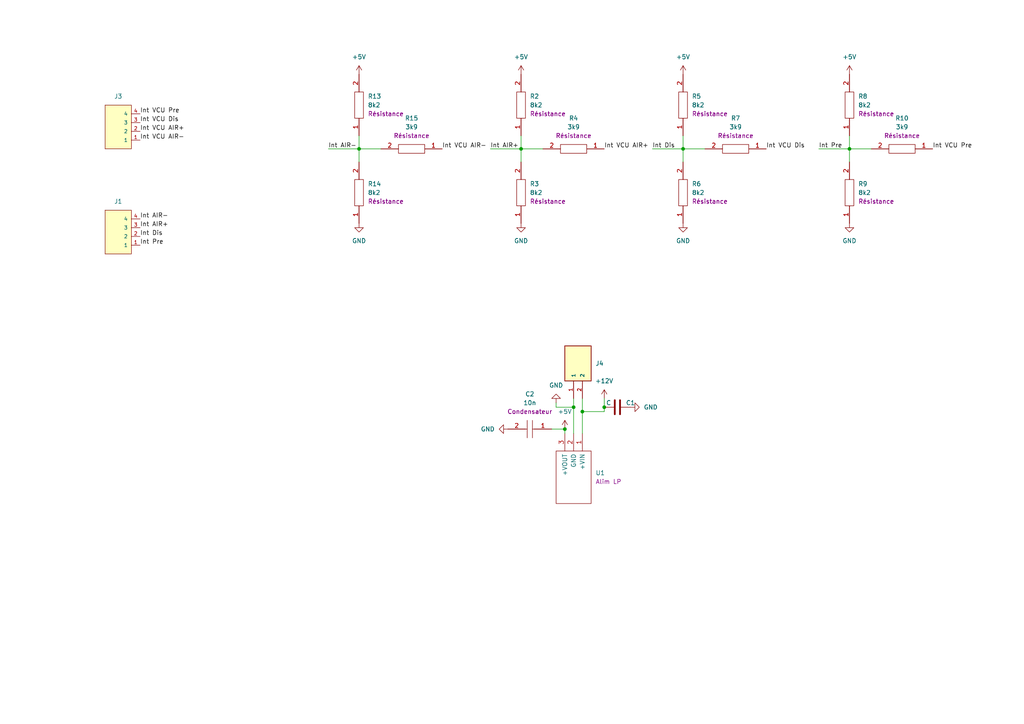
<source format=kicad_sch>
(kicad_sch (version 20231120) (generator "eeschema") (generator_version "8.0")
  (paper "A4")
  (lib_symbols
    (symbol "Device:C" (pin_numbers hide) (pin_names (offset 0.254))
      (property "Reference" "C" (at 0.635 2.54 0))
      (property "Value" "C" (at 0.635 -2.54 0))
      (symbol "C_0_1"
        (polyline (pts (xy -2.032 -0.762) (xy 2.032 -0.762)) (stroke (width 0.508)))
        (polyline (pts (xy -2.032 0.762) (xy 2.032 0.762)) (stroke (width 0.508)))
      )
      (symbol "C_1_1"
        (pin passive line (at 0 3.81 270) (length 2.794) (name "~") (number "1"))
        (pin passive line (at 0 -3.81 90) (length 2.794) (name "~") (number "2"))
      )
    )
    (symbol "EPSA_lib:2P Droit 2-11-2022" (pin_names (offset 1.016))
      (property "Reference" "J" (at 6.35 5.08 0))
      (symbol "2P Droit 2-11-2022_0_0"
        (rectangle (start -5.08 -5.08) (end 5.08 2.54) (stroke (width 0.254)) (fill (type background)))
        (pin passive line (at -10.16 0 0) (length 5.08) (name "1") (number "1"))
        (pin passive line (at -10.16 -2.54 0) (length 5.08) (name "2") (number "2"))
      )
    )
    (symbol "EPSA_lib:4P Droit 22-11-2042" (pin_names (offset 1.016))
      (property "Reference" "J" (at 6.35 7.62 0))
      (symbol "4P Droit 22-11-2042_0_0"
        (rectangle (start -2.54 -7.62) (end 5.08 5.08) (stroke (width 0.1524)) (fill (type background)))
        (pin passive line (at -5.08 2.54 0) (length 2.54) (name "1") (number "1"))
        (pin passive line (at -5.08 0 0) (length 2.54) (name "2") (number "2"))
        (pin passive line (at -5.08 -2.54 0) (length 2.54) (name "3") (number "3"))
        (pin passive line (at -5.08 -5.08 0) (length 2.54) (name "4") (number "4"))
      )
    )
    (symbol "EPSA_lib:Alim LP TSR_0.5-2450" (pin_names (offset 0.762))
      (property "Reference" "U" (at 20.32 11.43 0))
      (property "Render Name" "Alim LP" (at 11.43 8.89 0))
      (symbol "Alim LP TSR_0.5-2450_0_0"
        (pin passive line (at -1.27 5.08 0) (length 5.08) (name "+VIN") (number "1"))
        (pin passive line (at -1.27 2.54 0) (length 5.08) (name "GND") (number "2"))
        (pin passive line (at -1.27 0 0) (length 5.08) (name "+VOUT") (number "3"))
      )
      (symbol "Alim LP TSR_0.5-2450_0_1"
        (polyline (pts (xy 3.81 7.62) (xy 19.05 7.62) (xy 19.05 -2.54) (xy 3.81 -2.54) (xy 3.81 7.62)) (stroke (width 0.1524)))
      )
    )
    (symbol "EPSA_lib:Condensateur 0805Y1000104JXT" (pin_names (offset 0.762))
      (property "Reference" "C" (at 1.5 -1.8 0))
      (property "Value" "10u" (at 11.43 -2.54 0))
      (property "Render Name" "Condensateur" (at 6.35 3.81 0))
      (symbol "Condensateur 0805Y1000104JXT_0_0"
        (pin passive line (at 0 0 0) (length 5.08) (name "~") (number "1"))
        (pin passive line (at 12.7 0 180) (length 5.08) (name "~") (number "2"))
      )
      (symbol "Condensateur 0805Y1000104JXT_0_1"
        (polyline (pts (xy 5.08 0) (xy 5.588 0)) (stroke (width 0.1524)))
        (polyline (pts (xy 5.588 2.54) (xy 5.588 -2.54)) (stroke (width 0.1524)))
        (polyline (pts (xy 7.112 0) (xy 7.62 0)) (stroke (width 0.1524)))
        (polyline (pts (xy 7.112 2.54) (xy 7.112 -2.54)) (stroke (width 0.1524)))
      )
    )
    (symbol "EPSA_lib:Résistance RK73H2BLTDD2152F" (pin_names (offset 0.762))
      (property "Reference" "R" (at 25.4 5.08 0))
      (property "Value" "10" (at 7.62 -2.54 0))
      (property "Render Name" "Résistance" (at 8.89 2.54 0))
      (symbol "Résistance RK73H2BLTDD2152F_0_0"
        (pin passive line (at 0 0 0) (length 5.08) (name "~") (number "1"))
        (pin passive line (at 17.78 0 180) (length 5.08) (name "~") (number "2"))
      )
      (symbol "Résistance RK73H2BLTDD2152F_0_1"
        (polyline (pts (xy 5.08 1.27) (xy 12.7 1.27) (xy 12.7 -1.27) (xy 5.08 -1.27) (xy 5.08 1.27)) (stroke (width 0.1524)))
      )
    )
    (symbol "power:+12V" (power) (pin_names (offset 0))
      (property "Value" "+12V" (at 0 3.556 0))
      (symbol "+12V_0_1"
        (polyline (pts (xy -0.762 1.27) (xy 0 2.54)))
        (polyline (pts (xy 0 0) (xy 0 2.54)))
        (polyline (pts (xy 0 2.54) (xy 0.762 1.27)))
      )
      (symbol "+12V_1_1"
        (pin power_in line (at 0 0 90) (length 0) hide (name "+12V") (number "1"))
      )
    )
    (symbol "power:+5V" (power) (pin_names (offset 0))
      (property "Value" "+5V" (at 0 3.556 0))
      (symbol "+5V_0_1"
        (polyline (pts (xy -0.762 1.27) (xy 0 2.54)))
        (polyline (pts (xy 0 0) (xy 0 2.54)))
        (polyline (pts (xy 0 2.54) (xy 0.762 1.27)))
      )
      (symbol "+5V_1_1"
        (pin power_in line (at 0 0 90) (length 0) hide (name "+5V") (number "1"))
      )
    )
    (symbol "power:GND" (power) (pin_names (offset 0))
      (property "Value" "GND" (at 0 -3.81 0))
      (symbol "GND_0_1"
        (polyline (pts (xy 0 0) (xy 0 -1.27) (xy 1.27 -1.27) (xy 0 -2.54) (xy -1.27 -1.27) (xy 0 -1.27)))
      )
      (symbol "GND_1_1"
        (pin power_in line (at 0 0 270) (length 0) hide (name "GND") (number "1"))
      )
    )
  )
  (junction (at 168.91 119.38))
  (junction (at 151.13 43.18))
  (junction (at 175.26 118.11))
  (junction (at 198.12 43.18))
  (junction (at 166.37 118.11))
  (junction (at 246.38 43.18))
  (junction (at 104.14 43.18))
  (junction (at 163.83 124.46))
  (wire (pts (xy 110.49 43.18) (xy 104.14 43.18)))
  (wire (pts (xy 151.13 43.18) (xy 151.13 46.99)))
  (wire (pts (xy 163.83 124.46) (xy 163.83 125.73)))
  (wire (pts (xy 166.37 115.57) (xy 166.37 118.11)))
  (wire (pts (xy 237.49 43.18) (xy 246.38 43.18)))
  (wire (pts (xy 246.38 39.37) (xy 246.38 43.18)))
  (wire (pts (xy 252.73 43.18) (xy 246.38 43.18)))
  (wire (pts (xy 95.25 43.18) (xy 104.14 43.18)))
  (wire (pts (xy 166.37 118.11) (xy 166.37 125.73)))
  (wire (pts (xy 104.14 39.37) (xy 104.14 43.18)))
  (wire (pts (xy 175.26 119.38) (xy 168.91 119.38)))
  (wire (pts (xy 175.26 118.11) (xy 175.26 119.38)))
  (wire (pts (xy 157.48 43.18) (xy 151.13 43.18)))
  (wire (pts (xy 161.29 118.11) (xy 166.37 118.11)))
  (wire (pts (xy 246.38 43.18) (xy 246.38 46.99)))
  (wire (pts (xy 198.12 43.18) (xy 198.12 46.99)))
  (wire (pts (xy 189.23 43.18) (xy 198.12 43.18)))
  (wire (pts (xy 161.29 116.84) (xy 161.29 118.11)))
  (wire (pts (xy 204.47 43.18) (xy 198.12 43.18)))
  (wire (pts (xy 151.13 39.37) (xy 151.13 43.18)))
  (wire (pts (xy 168.91 115.57) (xy 168.91 119.38)))
  (wire (pts (xy 104.14 43.18) (xy 104.14 46.99)))
  (wire (pts (xy 175.26 115.57) (xy 175.26 118.11)))
  (wire (pts (xy 160.02 124.46) (xy 163.83 124.46)))
  (wire (pts (xy 168.91 119.38) (xy 168.91 125.73)))
  (wire (pts (xy 198.12 39.37) (xy 198.12 43.18)))
  (wire (pts (xy 142.24 43.18) (xy 151.13 43.18)))
  (label "Int VCU Dis" (at 40.64 35.56 0))
  (label "Int VCU AIR+" (at 40.64 38.1 0))
  (label "Int VCU Pre" (at 270.51 43.18 0))
  (label "Int VCU Pre" (at 40.64 33.02 0))
  (label "Int Pre" (at 40.64 71.12 0))
  (label "Int VCU AIR-" (at 128.27 43.18 0))
  (label "Int AIR-" (at 40.64 63.5 0))
  (label "Int AIR-" (at 95.25 43.18 0))
  (label "Int AIR+" (at 40.64 66.04 0))
  (label "Int VCU AIR-" (at 40.64 40.64 0))
  (label "Int VCU AIR+" (at 175.26 43.18 0))
  (label "Int VCU Dis" (at 222.25 43.18 0))
  (label "Int Dis" (at 189.23 43.18 0))
  (label "Int AIR+" (at 142.24 43.18 0))
  (label "Int Dis" (at 40.64 68.58 0))
  (label "Int Pre" (at 237.49 43.18 0))
  (symbol (lib_id "power:+5V") (at 198.12 21.59 0) (unit 1)
    (property "Reference" "#PWR08" (effects (hide yes)))
    (property "Value" "+5V" (at 198.12 16.51 0))
  )
  (symbol (lib_id "power:+12V") (at 175.26 115.57 0) (unit 1)
    (property "Reference" "#PWR02" (effects (hide yes)))
    (property "Value" "+12V" (at 175.26 110.49 0))
  )
  (symbol (lib_id "EPSA_lib:Résistance RK73H2BLTDD2152F") (at 198.12 39.37 90) (unit 1)
    (property "Reference" "R5" (at 200.66 27.94 90) (effects (justify right)))
    (property "Value" "8k2" (at 200.66 30.48 90) (effects (justify right)))
    (property "Footprint" "EPSA_lib:RESC3216X70N" (effects (hide yes)))
    (property "Datasheet" "http://www.koaspeer.com/catimages/Products/RK73H/RK73H.pdf" (effects (hide yes)))
    (property "Description" "Thick Film Resistors - SMD" (effects (hide yes)))
    (property "Sim.Pins" "1=+ 2=-" (effects (hide yes)))
    (property "Sim.Device" "R" (effects (hide yes)))
    (property "Height" "0.7" (effects (hide yes)))
    (property "Manufacturer_Name" "KOA Speer" (effects (hide yes)))
    (property "Manufacturer_Part_Number" "RK73H2BLTDD2152F" (effects (hide yes)))
    (property "Mouser Part Number" "N/A" (effects (hide yes)))
    (property "Mouser Price/Stock" "https://www.mouser.co.uk/ProductDetail/KOA-Speer/RK73H2BLTDD2152F?qs=WeIALVmW3zmyxMFsjVzMRw%3D%3D" (effects (hide yes)))
    (property "Render Name" "Résistance" (at 200.66 33.02 90) (effects (justify right)))
  )
  (symbol (lib_id "power:GND") (at 198.12 64.77 0) (unit 1)
    (property "Reference" "#PWR09" (effects (hide yes)))
    (property "Value" "GND" (at 198.12 69.85 0))
  )
  (symbol (lib_id "power:GND") (at 151.13 64.77 0) (unit 1)
    (property "Reference" "#PWR011" (effects (hide yes)))
    (property "Value" "GND" (at 151.13 69.85 0))
  )
  (symbol (lib_id "EPSA_lib:4P Droit 22-11-2042") (at 35.56 38.1 180) (unit 1)
    (property "Reference" "J3" (at 34.29 27.94 0))
    (property "Value" "4P Droit 22-11-2042" (effects (hide yes)))
    (property "Footprint" "EPSA_lib:MOLEX_22-11-2042" (effects (hide yes)))
    (property "Datasheet" "https://www.molex.com/en-us/products/part-detail/22112042?display=pdf" (effects (hide yes)))
    (property "Render Name" "4P Droit" (effects (hide yes)))
    (property "Manufacturer_Name" "Molex" (effects (hide yes)))
    (property "Manufacturer_Part_Number" "22-11-2042" (effects (hide yes)))
    (property "Mouser Part Number" "538-22-11-2042" (effects (hide yes)))
    (property "Mouser Price/Stock" "https://www.mouser.fr/ProductDetail/Molex/22-11-2042?qs=mrPiglD9aYJfi57%2FgjU4lw%3D%3D" (effects (hide yes)))
  )
  (symbol (lib_id "EPSA_lib:Résistance RK73H2BLTDD2152F") (at 104.14 39.37 90) (unit 1)
    (property "Reference" "R13" (at 106.68 27.94 90) (effects (justify right)))
    (property "Value" "8k2" (at 106.68 30.48 90) (effects (justify right)))
    (property "Footprint" "EPSA_lib:RESC3216X70N" (effects (hide yes)))
    (property "Datasheet" "http://www.koaspeer.com/catimages/Products/RK73H/RK73H.pdf" (effects (hide yes)))
    (property "Description" "Thick Film Resistors - SMD" (effects (hide yes)))
    (property "Sim.Pins" "1=+ 2=-" (effects (hide yes)))
    (property "Sim.Device" "R" (effects (hide yes)))
    (property "Height" "0.7" (effects (hide yes)))
    (property "Manufacturer_Name" "KOA Speer" (effects (hide yes)))
    (property "Manufacturer_Part_Number" "RK73H2BLTDD2152F" (effects (hide yes)))
    (property "Mouser Part Number" "N/A" (effects (hide yes)))
    (property "Mouser Price/Stock" "https://www.mouser.co.uk/ProductDetail/KOA-Speer/RK73H2BLTDD2152F?qs=WeIALVmW3zmyxMFsjVzMRw%3D%3D" (effects (hide yes)))
    (property "Render Name" "Résistance" (at 106.68 33.02 90) (effects (justify right)))
  )
  (symbol (lib_id "EPSA_lib:Condensateur 0805Y1000104JXT") (at 160.02 124.46 180) (unit 1)
    (property "Reference" "C2" (at 153.67 114.3 0))
    (property "Value" "10n" (at 153.67 116.84 0))
    (property "Footprint" "EPSA_lib:CAPC2012X130N" (effects (hide yes)))
    (property "Datasheet" "http://docs-europe.electrocomponents.com/webdocs/119d/0900766b8119d7bc.pdf" (effects (hide yes)))
    (property "Description" "Syfer 0805 Ceramic Chip Capacitors" (effects (hide yes)))
    (property "Sim.Pins" "1=+ 2=-" (effects (hide yes)))
    (property "Sim.Device" "C" (effects (hide yes)))
    (property "Height" "1.3" (effects (hide yes)))
    (property "Manufacturer_Name" "Syfer" (effects (hide yes)))
    (property "Manufacturer_Part_Number" "0805Y1000104JXT" (effects (hide yes)))
    (property "Render Name" "Condensateur" (at 153.67 119.38 0))
  )
  (symbol (lib_id "power:+5V") (at 246.38 21.59 0) (unit 1)
    (property "Reference" "#PWR06" (effects (hide yes)))
    (property "Value" "+5V" (at 246.38 16.51 0))
  )
  (symbol (lib_id "EPSA_lib:Résistance RK73H2BLTDD2152F") (at 270.51 43.18 180) (unit 1)
    (property "Reference" "R10" (at 261.62 34.29 0))
    (property "Value" "3k9" (at 261.62 36.83 0))
    (property "Footprint" "EPSA_lib:RESC3216X70N" (effects (hide yes)))
    (property "Datasheet" "http://www.koaspeer.com/catimages/Products/RK73H/RK73H.pdf" (effects (hide yes)))
    (property "Description" "Thick Film Resistors - SMD" (effects (hide yes)))
    (property "Sim.Pins" "1=+ 2=-" (effects (hide yes)))
    (property "Sim.Device" "R" (effects (hide yes)))
    (property "Height" "0.7" (effects (hide yes)))
    (property "Manufacturer_Name" "KOA Speer" (effects (hide yes)))
    (property "Manufacturer_Part_Number" "RK73H2BLTDD2152F" (effects (hide yes)))
    (property "Mouser Part Number" "N/A" (effects (hide yes)))
    (property "Mouser Price/Stock" "https://www.mouser.co.uk/ProductDetail/KOA-Speer/RK73H2BLTDD2152F?qs=WeIALVmW3zmyxMFsjVzMRw%3D%3D" (effects (hide yes)))
    (property "Render Name" "Résistance" (at 261.62 39.37 0))
  )
  (symbol (lib_id "power:+5V") (at 163.83 124.46 0) (unit 1)
    (property "Reference" "#PWR05" (effects (hide yes)))
    (property "Value" "+5V" (at 163.83 119.38 0))
  )
  (symbol (lib_id "power:GND") (at 182.88 118.11 90) (unit 1)
    (property "Reference" "#PWR03" (effects (hide yes)))
    (property "Value" "GND" (at 186.69 118.11 90) (effects (justify right)))
  )
  (symbol (lib_id "EPSA_lib:Résistance RK73H2BLTDD2152F") (at 175.26 43.18 180) (unit 1)
    (property "Reference" "R4" (at 166.37 34.29 0))
    (property "Value" "3k9" (at 166.37 36.83 0))
    (property "Footprint" "EPSA_lib:RESC3216X70N" (effects (hide yes)))
    (property "Datasheet" "http://www.koaspeer.com/catimages/Products/RK73H/RK73H.pdf" (effects (hide yes)))
    (property "Description" "Thick Film Resistors - SMD" (effects (hide yes)))
    (property "Sim.Pins" "1=+ 2=-" (effects (hide yes)))
    (property "Sim.Device" "R" (effects (hide yes)))
    (property "Height" "0.7" (effects (hide yes)))
    (property "Manufacturer_Name" "KOA Speer" (effects (hide yes)))
    (property "Manufacturer_Part_Number" "RK73H2BLTDD2152F" (effects (hide yes)))
    (property "Mouser Part Number" "N/A" (effects (hide yes)))
    (property "Mouser Price/Stock" "https://www.mouser.co.uk/ProductDetail/KOA-Speer/RK73H2BLTDD2152F?qs=WeIALVmW3zmyxMFsjVzMRw%3D%3D" (effects (hide yes)))
    (property "Render Name" "Résistance" (at 166.37 39.37 0))
  )
  (symbol (lib_id "power:GND") (at 246.38 64.77 0) (unit 1)
    (property "Reference" "#PWR07" (effects (hide yes)))
    (property "Value" "GND" (at 246.38 69.85 0))
  )
  (symbol (lib_id "EPSA_lib:Résistance RK73H2BLTDD2152F") (at 198.12 64.77 90) (unit 1)
    (property "Reference" "R6" (at 200.66 53.34 90) (effects (justify right)))
    (property "Value" "8k2" (at 200.66 55.88 90) (effects (justify right)))
    (property "Footprint" "EPSA_lib:RESC3216X70N" (effects (hide yes)))
    (property "Datasheet" "http://www.koaspeer.com/catimages/Products/RK73H/RK73H.pdf" (effects (hide yes)))
    (property "Description" "Thick Film Resistors - SMD" (effects (hide yes)))
    (property "Sim.Pins" "1=+ 2=-" (effects (hide yes)))
    (property "Sim.Device" "R" (effects (hide yes)))
    (property "Height" "0.7" (effects (hide yes)))
    (property "Manufacturer_Name" "KOA Speer" (effects (hide yes)))
    (property "Manufacturer_Part_Number" "RK73H2BLTDD2152F" (effects (hide yes)))
    (property "Mouser Part Number" "N/A" (effects (hide yes)))
    (property "Mouser Price/Stock" "https://www.mouser.co.uk/ProductDetail/KOA-Speer/RK73H2BLTDD2152F?qs=WeIALVmW3zmyxMFsjVzMRw%3D%3D" (effects (hide yes)))
    (property "Render Name" "Résistance" (at 200.66 58.42 90) (effects (justify right)))
  )
  (symbol (lib_id "Device:C") (at 179.07 118.11 90) (unit 1)
    (property "Reference" "C1" (at 182.88 116.84 90))
    (property "Value" "C" (at 176.53 116.84 90))
    (property "Footprint" "Capacitor_THT:CP_Radial_D5.0mm_P2.00mm" (effects (hide yes)))
  )
  (symbol (lib_id "EPSA_lib:Résistance RK73H2BLTDD2152F") (at 246.38 64.77 90) (unit 1)
    (property "Reference" "R9" (at 248.92 53.34 90) (effects (justify right)))
    (property "Value" "8k2" (at 248.92 55.88 90) (effects (justify right)))
    (property "Footprint" "EPSA_lib:RESC3216X70N" (effects (hide yes)))
    (property "Datasheet" "http://www.koaspeer.com/catimages/Products/RK73H/RK73H.pdf" (effects (hide yes)))
    (property "Description" "Thick Film Resistors - SMD" (effects (hide yes)))
    (property "Sim.Pins" "1=+ 2=-" (effects (hide yes)))
    (property "Sim.Device" "R" (effects (hide yes)))
    (property "Height" "0.7" (effects (hide yes)))
    (property "Manufacturer_Name" "KOA Speer" (effects (hide yes)))
    (property "Manufacturer_Part_Number" "RK73H2BLTDD2152F" (effects (hide yes)))
    (property "Mouser Part Number" "N/A" (effects (hide yes)))
    (property "Mouser Price/Stock" "https://www.mouser.co.uk/ProductDetail/KOA-Speer/RK73H2BLTDD2152F?qs=WeIALVmW3zmyxMFsjVzMRw%3D%3D" (effects (hide yes)))
    (property "Render Name" "Résistance" (at 248.92 58.42 90) (effects (justify right)))
  )
  (symbol (lib_id "EPSA_lib:Résistance RK73H2BLTDD2152F") (at 151.13 64.77 90) (unit 1)
    (property "Reference" "R3" (at 153.67 53.34 90) (effects (justify right)))
    (property "Value" "8k2" (at 153.67 55.88 90) (effects (justify right)))
    (property "Footprint" "EPSA_lib:RESC3216X70N" (effects (hide yes)))
    (property "Datasheet" "http://www.koaspeer.com/catimages/Products/RK73H/RK73H.pdf" (effects (hide yes)))
    (property "Description" "Thick Film Resistors - SMD" (effects (hide yes)))
    (property "Sim.Pins" "1=+ 2=-" (effects (hide yes)))
    (property "Sim.Device" "R" (effects (hide yes)))
    (property "Height" "0.7" (effects (hide yes)))
    (property "Manufacturer_Name" "KOA Speer" (effects (hide yes)))
    (property "Manufacturer_Part_Number" "RK73H2BLTDD2152F" (effects (hide yes)))
    (property "Mouser Part Number" "N/A" (effects (hide yes)))
    (property "Mouser Price/Stock" "https://www.mouser.co.uk/ProductDetail/KOA-Speer/RK73H2BLTDD2152F?qs=WeIALVmW3zmyxMFsjVzMRw%3D%3D" (effects (hide yes)))
    (property "Render Name" "Résistance" (at 153.67 58.42 90) (effects (justify right)))
  )
  (symbol (lib_id "EPSA_lib:Résistance RK73H2BLTDD2152F") (at 128.27 43.18 180) (unit 1)
    (property "Reference" "R15" (at 119.38 34.29 0))
    (property "Value" "3k9" (at 119.38 36.83 0))
    (property "Footprint" "EPSA_lib:RESC3216X70N" (effects (hide yes)))
    (property "Datasheet" "http://www.koaspeer.com/catimages/Products/RK73H/RK73H.pdf" (effects (hide yes)))
    (property "Description" "Thick Film Resistors - SMD" (effects (hide yes)))
    (property "Sim.Pins" "1=+ 2=-" (effects (hide yes)))
    (property "Sim.Device" "R" (effects (hide yes)))
    (property "Height" "0.7" (effects (hide yes)))
    (property "Manufacturer_Name" "KOA Speer" (effects (hide yes)))
    (property "Manufacturer_Part_Number" "RK73H2BLTDD2152F" (effects (hide yes)))
    (property "Mouser Part Number" "N/A" (effects (hide yes)))
    (property "Mouser Price/Stock" "https://www.mouser.co.uk/ProductDetail/KOA-Speer/RK73H2BLTDD2152F?qs=WeIALVmW3zmyxMFsjVzMRw%3D%3D" (effects (hide yes)))
    (property "Render Name" "Résistance" (at 119.38 39.37 0))
  )
  (symbol (lib_id "EPSA_lib:2P Droit 2-11-2022") (at 166.37 105.41 90) (unit 1)
    (property "Reference" "J4" (at 172.72 105.41 90) (effects (justify right)))
    (property "Value" "2P Droit 2-11-2022" (effects (hide yes)))
    (property "Footprint" "EPSA_lib:MOLEX_22-11-2022" (effects (hide yes)))
    (property "Datasheet" "https://www.molex.com/en-us/products/part-detail/22112022?display=pdf" (effects (hide yes)))
    (property "Height" "10.66mm" (effects (hide yes)))
    (property "Render Name" "2P Droit" (effects (hide yes)))
    (property "Manufacturer_Name" "Molex" (effects (hide yes)))
    (property "Manufacturer_Part_Number" "22-11-2022" (effects (hide yes)))
    (property "Mouser Part Number" "538-22-11-2022" (effects (hide yes)))
    (property "Mouser Price/Stock" "https://www.mouser.fr/ProductDetail/Molex/22-11-2022?qs=mrPiglD9aYLq1NGrfjXTJg%3D%3D" (effects (hide yes)))
  )
  (symbol (lib_id "EPSA_lib:Résistance RK73H2BLTDD2152F") (at 104.14 64.77 90) (unit 1)
    (property "Reference" "R14" (at 106.68 53.34 90) (effects (justify right)))
    (property "Value" "8k2" (at 106.68 55.88 90) (effects (justify right)))
    (property "Footprint" "EPSA_lib:RESC3216X70N" (effects (hide yes)))
    (property "Datasheet" "http://www.koaspeer.com/catimages/Products/RK73H/RK73H.pdf" (effects (hide yes)))
    (property "Description" "Thick Film Resistors - SMD" (effects (hide yes)))
    (property "Sim.Pins" "1=+ 2=-" (effects (hide yes)))
    (property "Sim.Device" "R" (effects (hide yes)))
    (property "Height" "0.7" (effects (hide yes)))
    (property "Manufacturer_Name" "KOA Speer" (effects (hide yes)))
    (property "Manufacturer_Part_Number" "RK73H2BLTDD2152F" (effects (hide yes)))
    (property "Mouser Part Number" "N/A" (effects (hide yes)))
    (property "Mouser Price/Stock" "https://www.mouser.co.uk/ProductDetail/KOA-Speer/RK73H2BLTDD2152F?qs=WeIALVmW3zmyxMFsjVzMRw%3D%3D" (effects (hide yes)))
    (property "Render Name" "Résistance" (at 106.68 58.42 90) (effects (justify right)))
  )
  (symbol (lib_id "EPSA_lib:Résistance RK73H2BLTDD2152F") (at 246.38 39.37 90) (unit 1)
    (property "Reference" "R8" (at 248.92 27.94 90) (effects (justify right)))
    (property "Value" "8k2" (at 248.92 30.48 90) (effects (justify right)))
    (property "Footprint" "EPSA_lib:RESC3216X70N" (effects (hide yes)))
    (property "Datasheet" "http://www.koaspeer.com/catimages/Products/RK73H/RK73H.pdf" (effects (hide yes)))
    (property "Description" "Thick Film Resistors - SMD" (effects (hide yes)))
    (property "Sim.Pins" "1=+ 2=-" (effects (hide yes)))
    (property "Sim.Device" "R" (effects (hide yes)))
    (property "Height" "0.7" (effects (hide yes)))
    (property "Manufacturer_Name" "KOA Speer" (effects (hide yes)))
    (property "Manufacturer_Part_Number" "RK73H2BLTDD2152F" (effects (hide yes)))
    (property "Mouser Part Number" "N/A" (effects (hide yes)))
    (property "Mouser Price/Stock" "https://www.mouser.co.uk/ProductDetail/KOA-Speer/RK73H2BLTDD2152F?qs=WeIALVmW3zmyxMFsjVzMRw%3D%3D" (effects (hide yes)))
    (property "Render Name" "Résistance" (at 248.92 33.02 90) (effects (justify right)))
  )
  (symbol (lib_id "power:GND") (at 147.32 124.46 270) (unit 1)
    (property "Reference" "#PWR01" (effects (hide yes)))
    (property "Value" "GND" (at 143.51 124.46 90) (effects (justify right)))
  )
  (symbol (lib_id "power:+5V") (at 151.13 21.59 0) (unit 1)
    (property "Reference" "#PWR010" (effects (hide yes)))
    (property "Value" "+5V" (at 151.13 16.51 0))
  )
  (symbol (lib_id "EPSA_lib:Résistance RK73H2BLTDD2152F") (at 222.25 43.18 180) (unit 1)
    (property "Reference" "R7" (at 213.36 34.29 0))
    (property "Value" "3k9" (at 213.36 36.83 0))
    (property "Footprint" "EPSA_lib:RESC3216X70N" (effects (hide yes)))
    (property "Datasheet" "http://www.koaspeer.com/catimages/Products/RK73H/RK73H.pdf" (effects (hide yes)))
    (property "Description" "Thick Film Resistors - SMD" (effects (hide yes)))
    (property "Sim.Pins" "1=+ 2=-" (effects (hide yes)))
    (property "Sim.Device" "R" (effects (hide yes)))
    (property "Height" "0.7" (effects (hide yes)))
    (property "Manufacturer_Name" "KOA Speer" (effects (hide yes)))
    (property "Manufacturer_Part_Number" "RK73H2BLTDD2152F" (effects (hide yes)))
    (property "Mouser Part Number" "N/A" (effects (hide yes)))
    (property "Mouser Price/Stock" "https://www.mouser.co.uk/ProductDetail/KOA-Speer/RK73H2BLTDD2152F?qs=WeIALVmW3zmyxMFsjVzMRw%3D%3D" (effects (hide yes)))
    (property "Render Name" "Résistance" (at 213.36 39.37 0))
  )
  (symbol (lib_id "power:GND") (at 104.14 64.77 0) (unit 1)
    (property "Reference" "#PWR013" (effects (hide yes)))
    (property "Value" "GND" (at 104.14 69.85 0))
  )
  (symbol (lib_id "EPSA_lib:Résistance RK73H2BLTDD2152F") (at 151.13 39.37 90) (unit 1)
    (property "Reference" "R2" (at 153.67 27.94 90) (effects (justify right)))
    (property "Value" "8k2" (at 153.67 30.48 90) (effects (justify right)))
    (property "Footprint" "EPSA_lib:RESC3216X70N" (effects (hide yes)))
    (property "Datasheet" "http://www.koaspeer.com/catimages/Products/RK73H/RK73H.pdf" (effects (hide yes)))
    (property "Description" "Thick Film Resistors - SMD" (effects (hide yes)))
    (property "Sim.Pins" "1=+ 2=-" (effects (hide yes)))
    (property "Sim.Device" "R" (effects (hide yes)))
    (property "Height" "0.7" (effects (hide yes)))
    (property "Manufacturer_Name" "KOA Speer" (effects (hide yes)))
    (property "Manufacturer_Part_Number" "RK73H2BLTDD2152F" (effects (hide yes)))
    (property "Mouser Part Number" "N/A" (effects (hide yes)))
    (property "Mouser Price/Stock" "https://www.mouser.co.uk/ProductDetail/KOA-Speer/RK73H2BLTDD2152F?qs=WeIALVmW3zmyxMFsjVzMRw%3D%3D" (effects (hide yes)))
    (property "Render Name" "Résistance" (at 153.67 33.02 90) (effects (justify right)))
  )
  (symbol (lib_id "power:+5V") (at 104.14 21.59 0) (unit 1)
    (property "Reference" "#PWR012" (effects (hide yes)))
    (property "Value" "+5V" (at 104.14 16.51 0))
  )
  (symbol (lib_id "power:GND") (at 161.29 116.84 180) (unit 1)
    (property "Reference" "#PWR04" (effects (hide yes)))
    (property "Value" "GND" (at 161.29 111.76 0))
  )
  (symbol (lib_id "EPSA_lib:4P Droit 22-11-2042") (at 35.56 68.58 180) (unit 1)
    (property "Reference" "J1" (at 34.29 58.42 0))
    (property "Value" "4P Droit 22-11-2042" (effects (hide yes)))
    (property "Footprint" "EPSA_lib:MOLEX_22-11-2042" (effects (hide yes)))
    (property "Datasheet" "https://www.molex.com/en-us/products/part-detail/22112042?display=pdf" (effects (hide yes)))
    (property "Render Name" "4P Droit" (effects (hide yes)))
    (property "Manufacturer_Name" "Molex" (effects (hide yes)))
    (property "Manufacturer_Part_Number" "22-11-2042" (effects (hide yes)))
    (property "Mouser Part Number" "538-22-11-2042" (effects (hide yes)))
    (property "Mouser Price/Stock" "https://www.mouser.fr/ProductDetail/Molex/22-11-2042?qs=mrPiglD9aYJfi57%2FgjU4lw%3D%3D" (effects (hide yes)))
  )
  (symbol (lib_id "EPSA_lib:Alim LP TSR_0.5-2450") (at 163.83 127 270) (unit 1)
    (property "Reference" "U1" (at 172.72 137.16 90) (effects (justify left)))
    (property "Value" "Alim LP TSR_0.5-2450" (effects (hide yes)))
    (property "Footprint" "EPSA_lib:TSR-0.5-2433" (effects (hide yes)))
    (property "Datasheet" "https://tracopower.com/tsr0-5-datasheet/" (effects (hide yes)))
    (property "Description" "0.5 Amp POL switching regulator, 4.75 to -32 VDC input, pos.-pos. circuit, LM78 compatible, SIP-3" (effects (hide yes)))
    (property "Manufacturer_Name" "Traco Power" (effects (hide yes)))
    (property "Manufacturer_Part_Number" "TSR 0.5-2450" (effects (hide yes)))
    (property "Mouser Part Number" "495-TSR0.5-2450" (effects (hide yes)))
    (property "Mouser Price/Stock" "https://www.mouser.co.uk/ProductDetail/TRACO-Power/TSR-0.5-2450?qs=ckJk83FOD0XpEgQBSwF%2FIw%3D%3D" (effects (hide yes)))
    (property "Render Name" "Alim LP" (at 172.72 139.7 90) (effects (justify left)))
  )
)
</source>
